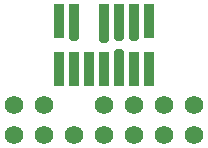
<source format=gts>
G75*
G70*
%OFA0B0*%
%FSLAX24Y24*%
%IPPOS*%
%LPD*%
%AMOC8*
5,1,8,0,0,1.08239X$1,22.5*
%
%ADD10R,0.0370X0.1180*%
%ADD11C,0.0620*%
%ADD12C,0.0370*%
D10*
X002504Y003657D03*
X003004Y003657D03*
X003504Y003657D03*
X004004Y003657D03*
X004504Y003657D03*
X005004Y003657D03*
X005504Y003657D03*
X005504Y005257D03*
X005004Y005257D03*
X004504Y005257D03*
X004004Y005257D03*
X003004Y005257D03*
X002504Y005257D03*
D11*
X001004Y001457D03*
X002004Y001457D03*
X003004Y001457D03*
X004004Y001457D03*
X005004Y001457D03*
X006004Y001457D03*
X007004Y001457D03*
X007004Y002457D03*
X006004Y002457D03*
X005004Y002457D03*
X004004Y002457D03*
X002004Y002457D03*
X001004Y002457D03*
D12*
X003004Y004757D03*
X004004Y004707D03*
X004504Y004757D03*
X005004Y004757D03*
X004504Y004157D03*
M02*

</source>
